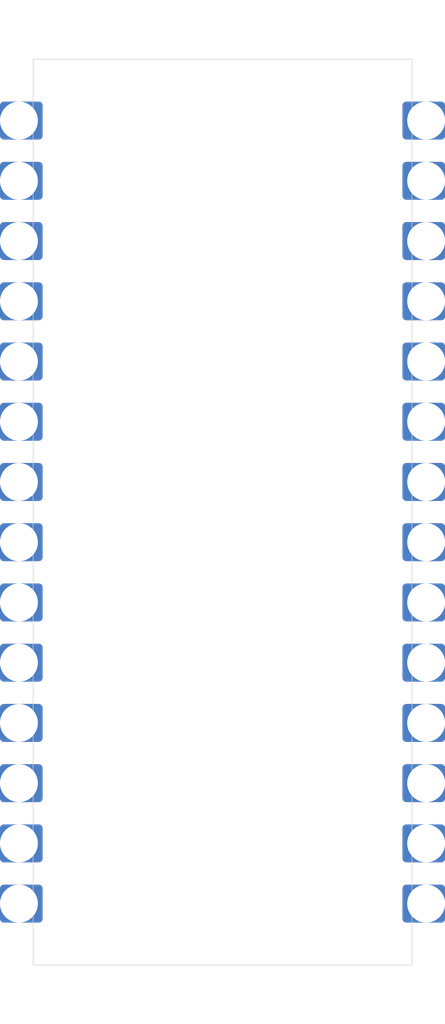
<source format=kicad_pcb>
(kicad_pcb (version 20171130) (host pcbnew 5.1.4-e60b266~84~ubuntu19.04.1)

  (general
    (thickness 1.6)
    (drawings 4)
    (tracks 0)
    (zones 0)
    (modules 2)
    (nets 1)
  )

  (page A4)
  (layers
    (0 Top signal)
    (31 Bottom signal)
    (32 B.Adhes user hide)
    (33 F.Adhes user hide)
    (34 B.Paste user hide)
    (35 F.Paste user hide)
    (36 B.SilkS user)
    (37 F.SilkS user)
    (38 B.Mask user)
    (39 F.Mask user)
    (40 Dwgs.User user)
    (41 Cmts.User user hide)
    (42 Eco1.User user hide)
    (43 Eco2.User user)
    (44 Edge.Cuts user)
    (45 Margin user hide)
    (46 B.CrtYd user hide)
    (47 F.CrtYd user hide)
    (48 B.Fab user hide)
    (49 F.Fab user hide)
  )

  (setup
    (last_trace_width 0.2032)
    (user_trace_width 0.2032)
    (user_trace_width 0.4064)
    (trace_clearance 0.2032)
    (zone_clearance 0.508)
    (zone_45_only no)
    (trace_min 0.1524)
    (via_size 0.508)
    (via_drill 0.254)
    (via_min_size 0.254)
    (via_min_drill 0.254)
    (user_via 0.508 0.254)
    (uvia_size 0.508)
    (uvia_drill 0.254)
    (uvias_allowed no)
    (uvia_min_size 0.508)
    (uvia_min_drill 0.1524)
    (edge_width 0.0254)
    (segment_width 0.2032)
    (pcb_text_width 0.254)
    (pcb_text_size 1.2192 1.2192)
    (mod_edge_width 0.0762)
    (mod_text_size 0.6096 0.6096)
    (mod_text_width 0.0762)
    (pad_size 0.7 0.7)
    (pad_drill 0.7)
    (pad_to_mask_clearance 0)
    (aux_axis_origin 0 0)
    (grid_origin 147.2184 99.187)
    (visible_elements FFFFFF7F)
    (pcbplotparams
      (layerselection 0x01ff0_ffffffff)
      (usegerberextensions false)
      (usegerberattributes false)
      (usegerberadvancedattributes false)
      (creategerberjobfile false)
      (excludeedgelayer true)
      (linewidth 0.050800)
      (plotframeref false)
      (viasonmask false)
      (mode 1)
      (useauxorigin false)
      (hpglpennumber 1)
      (hpglpenspeed 20)
      (hpglpendiameter 15.000000)
      (psnegative false)
      (psa4output false)
      (plotreference true)
      (plotvalue true)
      (plotinvisibletext false)
      (padsonsilk false)
      (subtractmaskfromsilk false)
      (outputformat 1)
      (mirror false)
      (drillshape 0)
      (scaleselection 1)
      (outputdirectory "gerber_export/pin/"))
  )

  (net 0 "")

  (net_class Default "This is the default net class."
    (clearance 0.2032)
    (trace_width 0.2032)
    (via_dia 0.508)
    (via_drill 0.254)
    (uvia_dia 0.508)
    (uvia_drill 0.254)
    (diff_pair_width 0.2032)
    (diff_pair_gap 0.254)
  )

  (module 000_LOCAL:pcb2molex8878_pin (layer Top) (tedit 5DC446ED) (tstamp 5DB19C82)
    (at 147.2184 99.187)
    (descr "Castellated edge contacts to fit Molex 8878 Socket")
    (solder_mask_margin -0.28)
    (fp_text reference m? (at -0.9906 -0.9906 -90) (layer Dwgs.User) hide
      (effects (font (size 1.2065 1.2065) (thickness 0.127)) (justify left bottom))
    )
    (fp_text value pcb2molex8878_pin (at 2.23 -9.45 -90) (layer F.Fab) hide
      (effects (font (size 1.2065 1.2065) (thickness 0.1016)) (justify left bottom))
    )
    (fp_line (start 7.2 18.3) (end -7.2 18.3) (layer Dwgs.User) (width 0.01))
    (fp_line (start 7.2 -18.3) (end 7.2 18.3) (layer Dwgs.User) (width 0.01))
    (fp_line (start -7.2 -18.3) (end 7.2 -18.3) (layer Dwgs.User) (width 0.01))
    (fp_line (start -7.2 18.3) (end -7.2 -18.3) (layer Dwgs.User) (width 0.01))
    (fp_text user "backside components" (at -4.4 2.15) (layer Dwgs.User)
      (effects (font (size 0.2 0.2) (thickness 0.01)))
    )
    (fp_text user "36.6 x 14.4 x 1.6 pocket" (at -4.4 1.85) (layer Dwgs.User)
      (effects (font (size 0.2 0.2) (thickness 0.01)))
    )
    (fp_line (start -7.2 2) (end -6.45 2) (layer Dwgs.User) (width 0.01))
    (fp_line (start -7.2 2) (end -6.95 2.25) (layer Dwgs.User) (width 0.01))
    (fp_line (start -7.2 2) (end -6.95 1.75) (layer Dwgs.User) (width 0.01))
    (fp_line (start -8 -19.1) (end 8 -19.1) (layer Eco2.User) (width 0.01))
    (fp_line (start 8 19.1) (end 8 -19.1) (layer Eco2.User) (width 0.01))
    (fp_line (start -8 -19.1) (end -8 19.1) (layer Eco2.User) (width 0.01))
    (fp_line (start 8 19.1) (end -8 19.1) (layer Eco2.User) (width 0.01))
    (fp_line (start -8 -19.1) (end 8 19.1) (layer Dwgs.User) (width 0.01))
    (fp_line (start -8 19.1) (end 8 -19.1) (layer Dwgs.User) (width 0.01))
    (fp_text user "Eco2.User is Edge.Cuts for use with \"pcb2molex8878_pin\" carrier." (at -0.05 13.65) (layer Eco2.User)
      (effects (font (size 0.2 0.2) (thickness 0.01)))
    )
    (pad "" np_thru_hole circle (at -3.4 -14.53) (size 2.2 2.2) (drill 2.2) (layers *.Cu))
    (model ${KIPRJMOD}/000_LOCAL.pretty/3d/pcb2molex8878_pin.step
      (offset (xyz 0 0 -0.4))
      (scale (xyz 1 1 1))
      (rotate (xyz 0 0 90))
    )
  )

  (module 000_LOCAL:pcb2molex8878 locked (layer Top) (tedit 5DB17669) (tstamp 5DAB3CD0)
    (at 147.2184 99.187)
    (descr "Castellated edge contacts to fit Molex 8878 Socket")
    (solder_mask_margin -0.28)
    (fp_text reference J? (at -0.9906 -0.9906 -90) (layer Dwgs.User) hide
      (effects (font (size 1.2065 1.2065) (thickness 0.127)) (justify left bottom))
    )
    (fp_text value Molex_50-39-5288 (at 2.0701 -8.8773 -90) (layer F.Fab) hide
      (effects (font (size 1.2065 1.2065) (thickness 0.1016)) (justify left bottom))
    )
    (fp_line (start -0.762 -19.05) (end -0.762 -21.59) (layer Eco1.User) (width 0.01))
    (fp_line (start -0.762 -21.59) (end 0.762 -21.59) (layer Eco1.User) (width 0.01))
    (fp_line (start 0.762 -21.59) (end 0.762 -19.05) (layer Eco1.User) (width 0.01))
    (fp_line (start -4.5593 19.05) (end -4.5593 21.59) (layer Eco1.User) (width 0.01))
    (fp_line (start -4.5593 21.59) (end -3.0353 21.59) (layer Eco1.User) (width 0.01))
    (fp_line (start -3.0353 21.59) (end -3.0353 19.05) (layer Eco1.User) (width 0.01))
    (fp_line (start 4.5593 19.05) (end 4.5593 21.59) (layer Eco1.User) (width 0.01))
    (fp_line (start 4.5593 21.59) (end 3.0353 21.59) (layer Eco1.User) (width 0.01))
    (fp_line (start 3.0353 21.59) (end 3.0353 19.05) (layer Eco1.User) (width 0.01))
    (fp_line (start 3.0353 19.05) (end -3.0353 19.05) (layer Eco1.User) (width 0.01))
    (fp_arc (start -5.4229 19.9136) (end -4.5593 19.9136) (angle -90) (layer Eco1.User) (width 0.00508))
    (fp_arc (start -2.1717 19.9136) (end -2.1717 19.05) (angle -90) (layer Eco1.User) (width 0.00508))
    (fp_arc (start 5.4229 19.9136) (end 5.4229 19.05) (angle -90) (layer Eco1.User) (width 0.00508))
    (fp_arc (start 2.1717 19.9136) (end 3.0353 19.9136) (angle -90) (layer Eco1.User) (width 0.00508))
    (fp_arc (start -1.6256 -19.9136) (end -1.6256 -19.05) (angle -90) (layer Eco1.User) (width 0.00508))
    (fp_arc (start 1.6256 -19.9136) (end 0.762 -19.9136) (angle -90) (layer Eco1.User) (width 0.00508))
    (fp_line (start -8.1 19.05) (end -8.1 -19.05) (layer Eco1.User) (width 0.01))
    (fp_line (start 8.1 19.05) (end 8.1 -19.05) (layer Eco1.User) (width 0.01))
    (fp_text user "Eco1.User is Edge.Cuts for use without carrier." (at -0.0298 12.25) (layer Eco1.User)
      (effects (font (size 0.2 0.2) (thickness 0.01)))
    )
    (fp_line (start -8.1 -19.05) (end -0.762 -19.05) (layer Eco1.User) (width 0.01))
    (fp_line (start 0.762 -19.05) (end 8.1 -19.05) (layer Eco1.User) (width 0.01))
    (fp_line (start -8.1 19.05) (end -4.5593 19.05) (layer Eco1.User) (width 0.01))
    (fp_line (start 4.5593 19.05) (end 8.1 19.05) (layer Eco1.User) (width 0.01))
    (pad 28 thru_hole roundrect (at 8.6 -16.51 180) (size 1.8 1.6) (drill 1.6 (offset 0.1 0)) (layers *.Cu *.Mask) (roundrect_rratio 0.1)
      (solder_mask_margin -0.19))
    (pad 14 thru_hole roundrect (at -8.6 16.51) (size 1.8 1.6) (drill 1.6 (offset 0.1 0)) (layers *.Cu *.Mask) (roundrect_rratio 0.1)
      (solder_mask_margin -0.19))
    (pad 27 thru_hole roundrect (at 8.6 -13.97 180) (size 1.8 1.6) (drill 1.6 (offset 0.1 0)) (layers *.Cu *.Mask) (roundrect_rratio 0.1)
      (solder_mask_margin -0.19))
    (pad 13 thru_hole roundrect (at -8.6 13.97) (size 1.8 1.6) (drill 1.6 (offset 0.1 0)) (layers *.Cu *.Mask) (roundrect_rratio 0.1)
      (solder_mask_margin -0.19))
    (pad 26 thru_hole roundrect (at 8.6 -11.43 180) (size 1.8 1.6) (drill 1.6 (offset 0.1 0)) (layers *.Cu *.Mask) (roundrect_rratio 0.1)
      (solder_mask_margin -0.19))
    (pad 12 thru_hole roundrect (at -8.6 11.43) (size 1.8 1.6) (drill 1.6 (offset 0.1 0)) (layers *.Cu *.Mask) (roundrect_rratio 0.1)
      (solder_mask_margin -0.19))
    (pad 25 thru_hole roundrect (at 8.6 -8.89 180) (size 1.8 1.6) (drill 1.6 (offset 0.1 0)) (layers *.Cu *.Mask) (roundrect_rratio 0.1)
      (solder_mask_margin -0.19))
    (pad 11 thru_hole roundrect (at -8.6 8.89) (size 1.8 1.6) (drill 1.6 (offset 0.1 0)) (layers *.Cu *.Mask) (roundrect_rratio 0.1)
      (solder_mask_margin -0.19))
    (pad 24 thru_hole roundrect (at 8.6 -6.35 180) (size 1.8 1.6) (drill 1.6 (offset 0.1 0)) (layers *.Cu *.Mask) (roundrect_rratio 0.1)
      (solder_mask_margin -0.19))
    (pad 10 thru_hole roundrect (at -8.6 6.35) (size 1.8 1.6) (drill 1.6 (offset 0.1 0)) (layers *.Cu *.Mask) (roundrect_rratio 0.1)
      (solder_mask_margin -0.19))
    (pad 23 thru_hole roundrect (at 8.6 -3.81 180) (size 1.8 1.6) (drill 1.6 (offset 0.1 0)) (layers *.Cu *.Mask) (roundrect_rratio 0.1)
      (solder_mask_margin -0.19))
    (pad 9 thru_hole roundrect (at -8.6 3.81) (size 1.8 1.6) (drill 1.6 (offset 0.1 0)) (layers *.Cu *.Mask) (roundrect_rratio 0.1)
      (solder_mask_margin -0.19))
    (pad 22 thru_hole roundrect (at 8.6 -1.27 180) (size 1.8 1.6) (drill 1.6 (offset 0.1 0)) (layers *.Cu *.Mask) (roundrect_rratio 0.1)
      (solder_mask_margin -0.19))
    (pad 8 thru_hole roundrect (at -8.6 1.27) (size 1.8 1.6) (drill 1.6 (offset 0.1 0)) (layers *.Cu *.Mask) (roundrect_rratio 0.1)
      (solder_mask_margin -0.19))
    (pad 21 thru_hole roundrect (at 8.6 1.27 180) (size 1.8 1.6) (drill 1.6 (offset 0.1 0)) (layers *.Cu *.Mask) (roundrect_rratio 0.1)
      (solder_mask_margin -0.19))
    (pad 7 thru_hole roundrect (at -8.6 -1.27) (size 1.8 1.6) (drill 1.6 (offset 0.1 0)) (layers *.Cu *.Mask) (roundrect_rratio 0.1)
      (solder_mask_margin -0.19))
    (pad 20 thru_hole roundrect (at 8.6 3.81 180) (size 1.8 1.6) (drill 1.6 (offset 0.1 0)) (layers *.Cu *.Mask) (roundrect_rratio 0.1)
      (solder_mask_margin -0.19))
    (pad 6 thru_hole roundrect (at -8.6 -3.81) (size 1.8 1.6) (drill 1.6 (offset 0.1 0)) (layers *.Cu *.Mask) (roundrect_rratio 0.1)
      (solder_mask_margin -0.19))
    (pad 19 thru_hole roundrect (at 8.6 6.35 180) (size 1.8 1.6) (drill 1.6 (offset 0.1 0)) (layers *.Cu *.Mask) (roundrect_rratio 0.1)
      (solder_mask_margin -0.19))
    (pad 5 thru_hole roundrect (at -8.6 -6.35) (size 1.8 1.6) (drill 1.6 (offset 0.1 0)) (layers *.Cu *.Mask) (roundrect_rratio 0.1)
      (solder_mask_margin -0.19))
    (pad 18 thru_hole roundrect (at 8.6 8.89 180) (size 1.8 1.6) (drill 1.6 (offset 0.1 0)) (layers *.Cu *.Mask) (roundrect_rratio 0.1)
      (solder_mask_margin -0.19))
    (pad 4 thru_hole roundrect (at -8.6 -8.89) (size 1.8 1.6) (drill 1.6 (offset 0.1 0)) (layers *.Cu *.Mask) (roundrect_rratio 0.1)
      (solder_mask_margin -0.19))
    (pad 17 thru_hole roundrect (at 8.6 11.43 180) (size 1.8 1.6) (drill 1.6 (offset 0.1 0)) (layers *.Cu *.Mask) (roundrect_rratio 0.1)
      (solder_mask_margin -0.19))
    (pad 3 thru_hole roundrect (at -8.6 -11.43) (size 1.8 1.6) (drill 1.6 (offset 0.1 0)) (layers *.Cu *.Mask) (roundrect_rratio 0.1)
      (solder_mask_margin -0.19))
    (pad 16 thru_hole roundrect (at 8.6 13.97 180) (size 1.8 1.6) (drill 1.6 (offset 0.1 0)) (layers *.Cu *.Mask) (roundrect_rratio 0.1)
      (solder_mask_margin -0.19))
    (pad 2 thru_hole roundrect (at -8.6 -13.97) (size 1.8 1.6) (drill 1.6 (offset 0.1 0)) (layers *.Cu *.Mask) (roundrect_rratio 0.1)
      (solder_mask_margin -0.19))
    (pad 15 thru_hole roundrect (at 8.6 16.51 180) (size 1.8 1.6) (drill 1.6 (offset 0.1 0)) (layers *.Cu *.Mask) (roundrect_rratio 0.1)
      (solder_mask_margin -0.19))
    (pad 1 thru_hole roundrect (at -8.6 -16.51) (size 1.8 1.6) (drill 1.6 (offset 0.1 0)) (layers *.Cu *.Mask) (roundrect_rratio 0.1)
      (solder_mask_margin -0.19))
  )

  (gr_line (start 139.2184 80.087) (end 155.2184 80.087) (layer Edge.Cuts) (width 0.0254) (tstamp 5DB1BC8A))
  (gr_line (start 139.2184 118.287) (end 139.2184 80.087) (layer Edge.Cuts) (width 0.0254))
  (gr_line (start 155.2184 118.287) (end 155.2184 80.087) (layer Edge.Cuts) (width 0.0254))
  (gr_line (start 139.2184 118.287) (end 155.2184 118.287) (layer Edge.Cuts) (width 0.0254))

)

</source>
